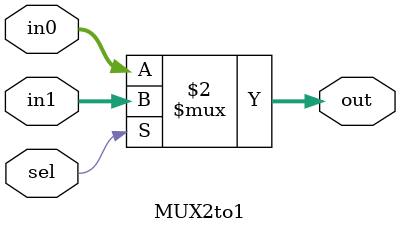
<source format=v>
module MUX2to1
    #(parameter Width = 32)
(
    input  [Width-1:0] in0, in1,
    input              sel,
    output [Width-1:0] out
);
    assign out = (sel == 1'b0) ? in0 : in1;
endmodule
</source>
